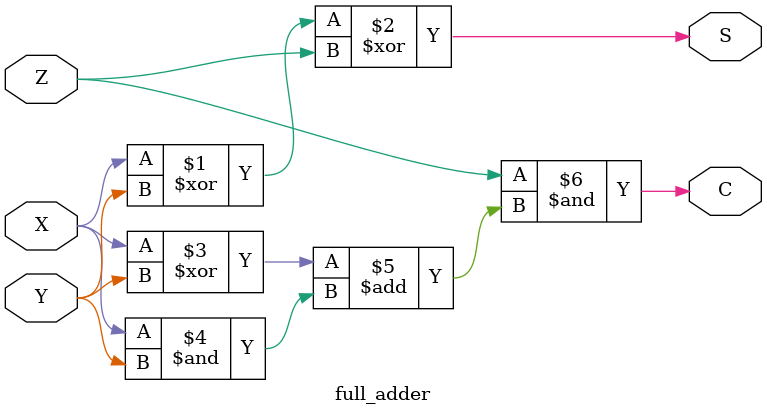
<source format=v>
module full_adder(
    input X, Y, Z,
    output S, C
);

assign S = X^Y^Z;
assign C = Z&(X^Y) + (X&Y);
    
endmodule
</source>
